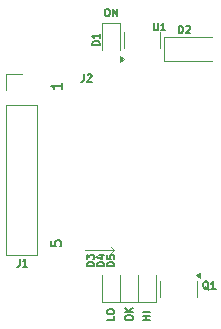
<source format=gbr>
%TF.GenerationSoftware,KiCad,Pcbnew,8.0.6-8.0.6-0~ubuntu24.04.1*%
%TF.CreationDate,2024-10-24T19:59:46-07:00*%
%TF.ProjectId,mag-encoder,6d61672d-656e-4636-9f64-65722e6b6963,3*%
%TF.SameCoordinates,Original*%
%TF.FileFunction,Legend,Top*%
%TF.FilePolarity,Positive*%
%FSLAX46Y46*%
G04 Gerber Fmt 4.6, Leading zero omitted, Abs format (unit mm)*
G04 Created by KiCad (PCBNEW 8.0.6-8.0.6-0~ubuntu24.04.1) date 2024-10-24 19:59:46*
%MOMM*%
%LPD*%
G01*
G04 APERTURE LIST*
%ADD10C,0.100000*%
%ADD11C,0.152400*%
%ADD12C,0.127000*%
%ADD13C,0.120000*%
G04 APERTURE END LIST*
D10*
X226796600Y-130810000D02*
X229235000Y-130810000D01*
X229235000Y-130810000D02*
X228955600Y-131038600D01*
X229235000Y-130810000D02*
X228955600Y-130581400D01*
D11*
X224800279Y-116687599D02*
X224800279Y-117195599D01*
X224800279Y-116941599D02*
X223911279Y-116941599D01*
X223911279Y-116941599D02*
X224038279Y-117026266D01*
X224038279Y-117026266D02*
X224122946Y-117110933D01*
X224122946Y-117110933D02*
X224165279Y-117195599D01*
X223885879Y-130014133D02*
X223885879Y-130437466D01*
X223885879Y-130437466D02*
X224309212Y-130479799D01*
X224309212Y-130479799D02*
X224266879Y-130437466D01*
X224266879Y-130437466D02*
X224224546Y-130352799D01*
X224224546Y-130352799D02*
X224224546Y-130141133D01*
X224224546Y-130141133D02*
X224266879Y-130056466D01*
X224266879Y-130056466D02*
X224309212Y-130014133D01*
X224309212Y-130014133D02*
X224393879Y-129971799D01*
X224393879Y-129971799D02*
X224605546Y-129971799D01*
X224605546Y-129971799D02*
X224690212Y-130014133D01*
X224690212Y-130014133D02*
X224732546Y-130056466D01*
X224732546Y-130056466D02*
X224774879Y-130141133D01*
X224774879Y-130141133D02*
X224774879Y-130352799D01*
X224774879Y-130352799D02*
X224732546Y-130437466D01*
X224732546Y-130437466D02*
X224690212Y-130479799D01*
D12*
X228023559Y-113473290D02*
X227388559Y-113473290D01*
X227388559Y-113473290D02*
X227388559Y-113322100D01*
X227388559Y-113322100D02*
X227418797Y-113231385D01*
X227418797Y-113231385D02*
X227479273Y-113170909D01*
X227479273Y-113170909D02*
X227539749Y-113140671D01*
X227539749Y-113140671D02*
X227660701Y-113110433D01*
X227660701Y-113110433D02*
X227751416Y-113110433D01*
X227751416Y-113110433D02*
X227872368Y-113140671D01*
X227872368Y-113140671D02*
X227932844Y-113170909D01*
X227932844Y-113170909D02*
X227993321Y-113231385D01*
X227993321Y-113231385D02*
X228023559Y-113322100D01*
X228023559Y-113322100D02*
X228023559Y-113473290D01*
X228023559Y-112505671D02*
X228023559Y-112868528D01*
X228023559Y-112687100D02*
X227388559Y-112687100D01*
X227388559Y-112687100D02*
X227479273Y-112747576D01*
X227479273Y-112747576D02*
X227539749Y-112808052D01*
X227539749Y-112808052D02*
X227569987Y-112868528D01*
X228587904Y-110370759D02*
X228708857Y-110370759D01*
X228708857Y-110370759D02*
X228769333Y-110400997D01*
X228769333Y-110400997D02*
X228829809Y-110461473D01*
X228829809Y-110461473D02*
X228860047Y-110582425D01*
X228860047Y-110582425D02*
X228860047Y-110794092D01*
X228860047Y-110794092D02*
X228829809Y-110915044D01*
X228829809Y-110915044D02*
X228769333Y-110975521D01*
X228769333Y-110975521D02*
X228708857Y-111005759D01*
X228708857Y-111005759D02*
X228587904Y-111005759D01*
X228587904Y-111005759D02*
X228527428Y-110975521D01*
X228527428Y-110975521D02*
X228466952Y-110915044D01*
X228466952Y-110915044D02*
X228436714Y-110794092D01*
X228436714Y-110794092D02*
X228436714Y-110582425D01*
X228436714Y-110582425D02*
X228466952Y-110461473D01*
X228466952Y-110461473D02*
X228527428Y-110400997D01*
X228527428Y-110400997D02*
X228587904Y-110370759D01*
X229132190Y-111005759D02*
X229132190Y-110370759D01*
X229132190Y-110370759D02*
X229495047Y-111005759D01*
X229495047Y-111005759D02*
X229495047Y-110370759D01*
X227540959Y-132167690D02*
X226905959Y-132167690D01*
X226905959Y-132167690D02*
X226905959Y-132016500D01*
X226905959Y-132016500D02*
X226936197Y-131925785D01*
X226936197Y-131925785D02*
X226996673Y-131865309D01*
X226996673Y-131865309D02*
X227057149Y-131835071D01*
X227057149Y-131835071D02*
X227178101Y-131804833D01*
X227178101Y-131804833D02*
X227268816Y-131804833D01*
X227268816Y-131804833D02*
X227389768Y-131835071D01*
X227389768Y-131835071D02*
X227450244Y-131865309D01*
X227450244Y-131865309D02*
X227510721Y-131925785D01*
X227510721Y-131925785D02*
X227540959Y-132016500D01*
X227540959Y-132016500D02*
X227540959Y-132167690D01*
X226905959Y-131593166D02*
X226905959Y-131200071D01*
X226905959Y-131200071D02*
X227147863Y-131411738D01*
X227147863Y-131411738D02*
X227147863Y-131321023D01*
X227147863Y-131321023D02*
X227178101Y-131260547D01*
X227178101Y-131260547D02*
X227208340Y-131230309D01*
X227208340Y-131230309D02*
X227268816Y-131200071D01*
X227268816Y-131200071D02*
X227420006Y-131200071D01*
X227420006Y-131200071D02*
X227480482Y-131230309D01*
X227480482Y-131230309D02*
X227510721Y-131260547D01*
X227510721Y-131260547D02*
X227540959Y-131321023D01*
X227540959Y-131321023D02*
X227540959Y-131502452D01*
X227540959Y-131502452D02*
X227510721Y-131562928D01*
X227510721Y-131562928D02*
X227480482Y-131593166D01*
X229259692Y-136432471D02*
X229259692Y-136734852D01*
X229259692Y-136734852D02*
X228624692Y-136734852D01*
X228624692Y-136099852D02*
X228624692Y-135978899D01*
X228624692Y-135978899D02*
X228654930Y-135918423D01*
X228654930Y-135918423D02*
X228715406Y-135857947D01*
X228715406Y-135857947D02*
X228836358Y-135827709D01*
X228836358Y-135827709D02*
X229048025Y-135827709D01*
X229048025Y-135827709D02*
X229168977Y-135857947D01*
X229168977Y-135857947D02*
X229229454Y-135918423D01*
X229229454Y-135918423D02*
X229259692Y-135978899D01*
X229259692Y-135978899D02*
X229259692Y-136099852D01*
X229259692Y-136099852D02*
X229229454Y-136160328D01*
X229229454Y-136160328D02*
X229168977Y-136220804D01*
X229168977Y-136220804D02*
X229048025Y-136251042D01*
X229048025Y-136251042D02*
X228836358Y-136251042D01*
X228836358Y-136251042D02*
X228715406Y-136220804D01*
X228715406Y-136220804D02*
X228654930Y-136160328D01*
X228654930Y-136160328D02*
X228624692Y-136099852D01*
X237251723Y-134154835D02*
X237191247Y-134124597D01*
X237191247Y-134124597D02*
X237130771Y-134064121D01*
X237130771Y-134064121D02*
X237040057Y-133973406D01*
X237040057Y-133973406D02*
X236979580Y-133943168D01*
X236979580Y-133943168D02*
X236919104Y-133943168D01*
X236949342Y-134094359D02*
X236888866Y-134064121D01*
X236888866Y-134064121D02*
X236828390Y-134003644D01*
X236828390Y-134003644D02*
X236798152Y-133882692D01*
X236798152Y-133882692D02*
X236798152Y-133671025D01*
X236798152Y-133671025D02*
X236828390Y-133550073D01*
X236828390Y-133550073D02*
X236888866Y-133489597D01*
X236888866Y-133489597D02*
X236949342Y-133459359D01*
X236949342Y-133459359D02*
X237070295Y-133459359D01*
X237070295Y-133459359D02*
X237130771Y-133489597D01*
X237130771Y-133489597D02*
X237191247Y-133550073D01*
X237191247Y-133550073D02*
X237221485Y-133671025D01*
X237221485Y-133671025D02*
X237221485Y-133882692D01*
X237221485Y-133882692D02*
X237191247Y-134003644D01*
X237191247Y-134003644D02*
X237130771Y-134064121D01*
X237130771Y-134064121D02*
X237070295Y-134094359D01*
X237070295Y-134094359D02*
X236949342Y-134094359D01*
X237826247Y-134094359D02*
X237463390Y-134094359D01*
X237644818Y-134094359D02*
X237644818Y-133459359D01*
X237644818Y-133459359D02*
X237584342Y-133550073D01*
X237584342Y-133550073D02*
X237523866Y-133610549D01*
X237523866Y-133610549D02*
X237463390Y-133640787D01*
X232586590Y-111564559D02*
X232586590Y-112078606D01*
X232586590Y-112078606D02*
X232616828Y-112139082D01*
X232616828Y-112139082D02*
X232647066Y-112169321D01*
X232647066Y-112169321D02*
X232707542Y-112199559D01*
X232707542Y-112199559D02*
X232828495Y-112199559D01*
X232828495Y-112199559D02*
X232888971Y-112169321D01*
X232888971Y-112169321D02*
X232919209Y-112139082D01*
X232919209Y-112139082D02*
X232949447Y-112078606D01*
X232949447Y-112078606D02*
X232949447Y-111564559D01*
X233584447Y-112199559D02*
X233221590Y-112199559D01*
X233403018Y-112199559D02*
X233403018Y-111564559D01*
X233403018Y-111564559D02*
X233342542Y-111655273D01*
X233342542Y-111655273D02*
X233282066Y-111715749D01*
X233282066Y-111715749D02*
X233221590Y-111745987D01*
X226711933Y-115907959D02*
X226711933Y-116361530D01*
X226711933Y-116361530D02*
X226681694Y-116452244D01*
X226681694Y-116452244D02*
X226621218Y-116512721D01*
X226621218Y-116512721D02*
X226530504Y-116542959D01*
X226530504Y-116542959D02*
X226470028Y-116542959D01*
X226984076Y-115968435D02*
X227014314Y-115938197D01*
X227014314Y-115938197D02*
X227074790Y-115907959D01*
X227074790Y-115907959D02*
X227225981Y-115907959D01*
X227225981Y-115907959D02*
X227286457Y-115938197D01*
X227286457Y-115938197D02*
X227316695Y-115968435D01*
X227316695Y-115968435D02*
X227346933Y-116028911D01*
X227346933Y-116028911D02*
X227346933Y-116089387D01*
X227346933Y-116089387D02*
X227316695Y-116180101D01*
X227316695Y-116180101D02*
X226953838Y-116542959D01*
X226953838Y-116542959D02*
X227346933Y-116542959D01*
X228404559Y-132167690D02*
X227769559Y-132167690D01*
X227769559Y-132167690D02*
X227769559Y-132016500D01*
X227769559Y-132016500D02*
X227799797Y-131925785D01*
X227799797Y-131925785D02*
X227860273Y-131865309D01*
X227860273Y-131865309D02*
X227920749Y-131835071D01*
X227920749Y-131835071D02*
X228041701Y-131804833D01*
X228041701Y-131804833D02*
X228132416Y-131804833D01*
X228132416Y-131804833D02*
X228253368Y-131835071D01*
X228253368Y-131835071D02*
X228313844Y-131865309D01*
X228313844Y-131865309D02*
X228374321Y-131925785D01*
X228374321Y-131925785D02*
X228404559Y-132016500D01*
X228404559Y-132016500D02*
X228404559Y-132167690D01*
X227981225Y-131260547D02*
X228404559Y-131260547D01*
X227739321Y-131411738D02*
X228192892Y-131562928D01*
X228192892Y-131562928D02*
X228192892Y-131169833D01*
X230165625Y-136613900D02*
X230165625Y-136492947D01*
X230165625Y-136492947D02*
X230195863Y-136432471D01*
X230195863Y-136432471D02*
X230256339Y-136371995D01*
X230256339Y-136371995D02*
X230377291Y-136341757D01*
X230377291Y-136341757D02*
X230588958Y-136341757D01*
X230588958Y-136341757D02*
X230709910Y-136371995D01*
X230709910Y-136371995D02*
X230770387Y-136432471D01*
X230770387Y-136432471D02*
X230800625Y-136492947D01*
X230800625Y-136492947D02*
X230800625Y-136613900D01*
X230800625Y-136613900D02*
X230770387Y-136674376D01*
X230770387Y-136674376D02*
X230709910Y-136734852D01*
X230709910Y-136734852D02*
X230588958Y-136765090D01*
X230588958Y-136765090D02*
X230377291Y-136765090D01*
X230377291Y-136765090D02*
X230256339Y-136734852D01*
X230256339Y-136734852D02*
X230195863Y-136674376D01*
X230195863Y-136674376D02*
X230165625Y-136613900D01*
X230800625Y-136069614D02*
X230165625Y-136069614D01*
X230800625Y-135706757D02*
X230437767Y-135978900D01*
X230165625Y-135706757D02*
X230528482Y-136069614D01*
X221250933Y-131579759D02*
X221250933Y-132033330D01*
X221250933Y-132033330D02*
X221220694Y-132124044D01*
X221220694Y-132124044D02*
X221160218Y-132184521D01*
X221160218Y-132184521D02*
X221069504Y-132214759D01*
X221069504Y-132214759D02*
X221009028Y-132214759D01*
X221885933Y-132214759D02*
X221523076Y-132214759D01*
X221704504Y-132214759D02*
X221704504Y-131579759D01*
X221704504Y-131579759D02*
X221644028Y-131670473D01*
X221644028Y-131670473D02*
X221583552Y-131730949D01*
X221583552Y-131730949D02*
X221523076Y-131761187D01*
X234709909Y-112453559D02*
X234709909Y-111818559D01*
X234709909Y-111818559D02*
X234861099Y-111818559D01*
X234861099Y-111818559D02*
X234951814Y-111848797D01*
X234951814Y-111848797D02*
X235012290Y-111909273D01*
X235012290Y-111909273D02*
X235042528Y-111969749D01*
X235042528Y-111969749D02*
X235072766Y-112090701D01*
X235072766Y-112090701D02*
X235072766Y-112181416D01*
X235072766Y-112181416D02*
X235042528Y-112302368D01*
X235042528Y-112302368D02*
X235012290Y-112362844D01*
X235012290Y-112362844D02*
X234951814Y-112423321D01*
X234951814Y-112423321D02*
X234861099Y-112453559D01*
X234861099Y-112453559D02*
X234709909Y-112453559D01*
X235314671Y-111879035D02*
X235344909Y-111848797D01*
X235344909Y-111848797D02*
X235405385Y-111818559D01*
X235405385Y-111818559D02*
X235556576Y-111818559D01*
X235556576Y-111818559D02*
X235617052Y-111848797D01*
X235617052Y-111848797D02*
X235647290Y-111879035D01*
X235647290Y-111879035D02*
X235677528Y-111939511D01*
X235677528Y-111939511D02*
X235677528Y-111999987D01*
X235677528Y-111999987D02*
X235647290Y-112090701D01*
X235647290Y-112090701D02*
X235284433Y-112453559D01*
X235284433Y-112453559D02*
X235677528Y-112453559D01*
X229268159Y-132167690D02*
X228633159Y-132167690D01*
X228633159Y-132167690D02*
X228633159Y-132016500D01*
X228633159Y-132016500D02*
X228663397Y-131925785D01*
X228663397Y-131925785D02*
X228723873Y-131865309D01*
X228723873Y-131865309D02*
X228784349Y-131835071D01*
X228784349Y-131835071D02*
X228905301Y-131804833D01*
X228905301Y-131804833D02*
X228996016Y-131804833D01*
X228996016Y-131804833D02*
X229116968Y-131835071D01*
X229116968Y-131835071D02*
X229177444Y-131865309D01*
X229177444Y-131865309D02*
X229237921Y-131925785D01*
X229237921Y-131925785D02*
X229268159Y-132016500D01*
X229268159Y-132016500D02*
X229268159Y-132167690D01*
X228633159Y-131230309D02*
X228633159Y-131532690D01*
X228633159Y-131532690D02*
X228935540Y-131562928D01*
X228935540Y-131562928D02*
X228905301Y-131532690D01*
X228905301Y-131532690D02*
X228875063Y-131472214D01*
X228875063Y-131472214D02*
X228875063Y-131321023D01*
X228875063Y-131321023D02*
X228905301Y-131260547D01*
X228905301Y-131260547D02*
X228935540Y-131230309D01*
X228935540Y-131230309D02*
X228996016Y-131200071D01*
X228996016Y-131200071D02*
X229147206Y-131200071D01*
X229147206Y-131200071D02*
X229207682Y-131230309D01*
X229207682Y-131230309D02*
X229237921Y-131260547D01*
X229237921Y-131260547D02*
X229268159Y-131321023D01*
X229268159Y-131321023D02*
X229268159Y-131472214D01*
X229268159Y-131472214D02*
X229237921Y-131532690D01*
X229237921Y-131532690D02*
X229207682Y-131562928D01*
X232290759Y-136734852D02*
X231655759Y-136734852D01*
X231958140Y-136734852D02*
X231958140Y-136371995D01*
X232290759Y-136371995D02*
X231655759Y-136371995D01*
X232290759Y-136069614D02*
X231655759Y-136069614D01*
D13*
%TO.C,D1*%
X228246000Y-111545000D02*
X228246000Y-113830000D01*
X229716000Y-111545000D02*
X228246000Y-111545000D01*
X229716000Y-113830000D02*
X229716000Y-111545000D01*
%TO.C,D3*%
X228246000Y-132931000D02*
X228246000Y-135216000D01*
X228246000Y-135216000D02*
X229716000Y-135216000D01*
X229716000Y-135216000D02*
X229716000Y-132931000D01*
%TO.C,Q1*%
X233136000Y-134112000D02*
X233136000Y-133462000D01*
X233136000Y-134112000D02*
X233136000Y-134762000D01*
X236256000Y-134112000D02*
X236256000Y-133462000D01*
X236256000Y-134112000D02*
X236256000Y-134762000D01*
X236536000Y-133189500D02*
X236206000Y-132949500D01*
X236536000Y-132709500D01*
X236536000Y-133189500D01*
G36*
X236536000Y-133189500D02*
G01*
X236206000Y-132949500D01*
X236536000Y-132709500D01*
X236536000Y-133189500D01*
G37*
%TO.C,U1*%
X230037200Y-113030000D02*
X230037200Y-112380000D01*
X230037200Y-113030000D02*
X230037200Y-113680000D01*
X233157200Y-113030000D02*
X233157200Y-112380000D01*
X233157200Y-113030000D02*
X233157200Y-113680000D01*
X230087200Y-114630000D02*
X229757200Y-114870000D01*
X229757200Y-114390000D01*
X230087200Y-114630000D01*
G36*
X230087200Y-114630000D02*
G01*
X229757200Y-114870000D01*
X229757200Y-114390000D01*
X230087200Y-114630000D01*
G37*
%TO.C,D4*%
X229770000Y-132931000D02*
X229770000Y-135216000D01*
X229770000Y-135216000D02*
X231240000Y-135216000D01*
X231240000Y-135216000D02*
X231240000Y-132931000D01*
%TO.C,J1*%
X220081800Y-115891000D02*
X221411800Y-115891000D01*
X220081800Y-117221000D02*
X220081800Y-115891000D01*
X220081800Y-118491000D02*
X220081800Y-131251000D01*
X220081800Y-118491000D02*
X222741800Y-118491000D01*
X220081800Y-131251000D02*
X222741800Y-131251000D01*
X222741800Y-118491000D02*
X222741800Y-131251000D01*
%TO.C,D2*%
X233479000Y-112792000D02*
X233479000Y-114792000D01*
X233479000Y-112792000D02*
X237489000Y-112792000D01*
X233479000Y-114792000D02*
X237489000Y-114792000D01*
%TO.C,D5*%
X231294000Y-132931000D02*
X231294000Y-135216000D01*
X231294000Y-135216000D02*
X232764000Y-135216000D01*
X232764000Y-135216000D02*
X232764000Y-132931000D01*
%TD*%
M02*

</source>
